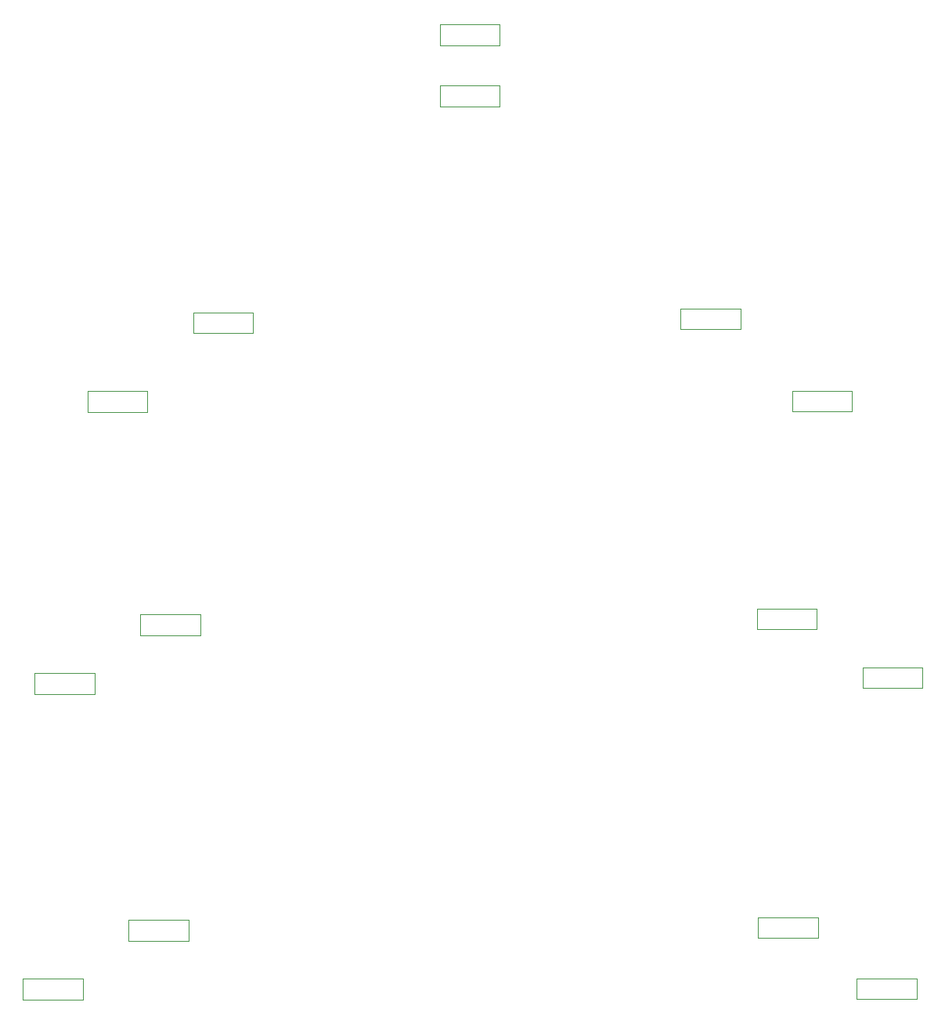
<source format=gbr>
G04 #@! TF.FileFunction,Other,User*
%FSLAX46Y46*%
G04 Gerber Fmt 4.6, Leading zero omitted, Abs format (unit mm)*
G04 Created by KiCad (PCBNEW 4.0.6) date Tuesday, November 14, 2017 'PMt' 08:02:21 PM*
%MOMM*%
%LPD*%
G01*
G04 APERTURE LIST*
%ADD10C,0.100000*%
%ADD11C,0.050000*%
G04 APERTURE END LIST*
D10*
D11*
X136600000Y-63660000D02*
X130100000Y-63660000D01*
X136600000Y-63660000D02*
X136600000Y-65870000D01*
X130100000Y-65870000D02*
X130100000Y-63660000D01*
X130100000Y-65870000D02*
X136600000Y-65870000D01*
X48185000Y-96360000D02*
X54685000Y-96360000D01*
X48185000Y-96360000D02*
X48185000Y-94150000D01*
X54685000Y-94150000D02*
X54685000Y-96360000D01*
X54685000Y-94150000D02*
X48185000Y-94150000D01*
X143585000Y-127160000D02*
X137085000Y-127160000D01*
X143585000Y-127160000D02*
X143585000Y-129370000D01*
X137085000Y-129370000D02*
X137085000Y-127160000D01*
X137085000Y-129370000D02*
X143585000Y-129370000D01*
X53900000Y-65880000D02*
X60400000Y-65880000D01*
X53900000Y-65880000D02*
X53900000Y-63670000D01*
X60400000Y-63670000D02*
X60400000Y-65880000D01*
X60400000Y-63670000D02*
X53900000Y-63670000D01*
X144220000Y-93505000D02*
X137720000Y-93505000D01*
X144220000Y-93505000D02*
X144220000Y-95715000D01*
X137720000Y-95715000D02*
X137720000Y-93505000D01*
X137720000Y-95715000D02*
X144220000Y-95715000D01*
X46915000Y-129380000D02*
X53415000Y-129380000D01*
X46915000Y-129380000D02*
X46915000Y-127170000D01*
X53415000Y-127170000D02*
X53415000Y-129380000D01*
X53415000Y-127170000D02*
X46915000Y-127170000D01*
X124535000Y-54770000D02*
X118035000Y-54770000D01*
X124535000Y-54770000D02*
X124535000Y-56980000D01*
X118035000Y-56980000D02*
X118035000Y-54770000D01*
X118035000Y-56980000D02*
X124535000Y-56980000D01*
X59615000Y-90010000D02*
X66115000Y-90010000D01*
X59615000Y-90010000D02*
X59615000Y-87800000D01*
X66115000Y-87800000D02*
X66115000Y-90010000D01*
X66115000Y-87800000D02*
X59615000Y-87800000D01*
X132917000Y-120556000D02*
X126417000Y-120556000D01*
X132917000Y-120556000D02*
X132917000Y-122766000D01*
X126417000Y-122766000D02*
X126417000Y-120556000D01*
X126417000Y-122766000D02*
X132917000Y-122766000D01*
X65330000Y-57371000D02*
X71830000Y-57371000D01*
X65330000Y-57371000D02*
X65330000Y-55161000D01*
X71830000Y-55161000D02*
X71830000Y-57371000D01*
X71830000Y-55161000D02*
X65330000Y-55161000D01*
X132790000Y-87155000D02*
X126290000Y-87155000D01*
X132790000Y-87155000D02*
X132790000Y-89365000D01*
X126290000Y-89365000D02*
X126290000Y-87155000D01*
X126290000Y-89365000D02*
X132790000Y-89365000D01*
X58345000Y-123030000D02*
X64845000Y-123030000D01*
X58345000Y-123030000D02*
X58345000Y-120820000D01*
X64845000Y-120820000D02*
X64845000Y-123030000D01*
X64845000Y-120820000D02*
X58345000Y-120820000D01*
X92000000Y-32860000D02*
X98500000Y-32860000D01*
X92000000Y-32860000D02*
X92000000Y-30650000D01*
X98500000Y-30650000D02*
X98500000Y-32860000D01*
X98500000Y-30650000D02*
X92000000Y-30650000D01*
X92000000Y-26256000D02*
X98500000Y-26256000D01*
X92000000Y-26256000D02*
X92000000Y-24046000D01*
X98500000Y-24046000D02*
X98500000Y-26256000D01*
X98500000Y-24046000D02*
X92000000Y-24046000D01*
M02*

</source>
